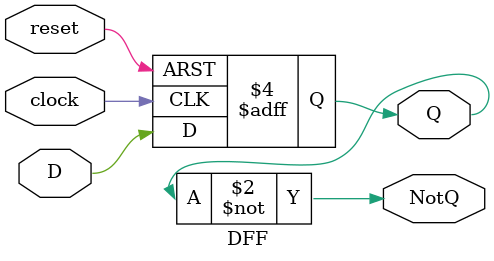
<source format=v>
`timescale 1ns / 1ps

module DFF(
    input D,
    input reset,
    input clock,
    output reg Q,
    output NotQ
    );
    
    initial begin
        Q <= 0;
    end
    
    always @(posedge clock, posedge reset) begin
        if (reset)
            Q <= 0; //troubleshoot if needed
        else
            Q <= D;
    end
    
    assign NotQ = ~Q;
    
endmodule

</source>
